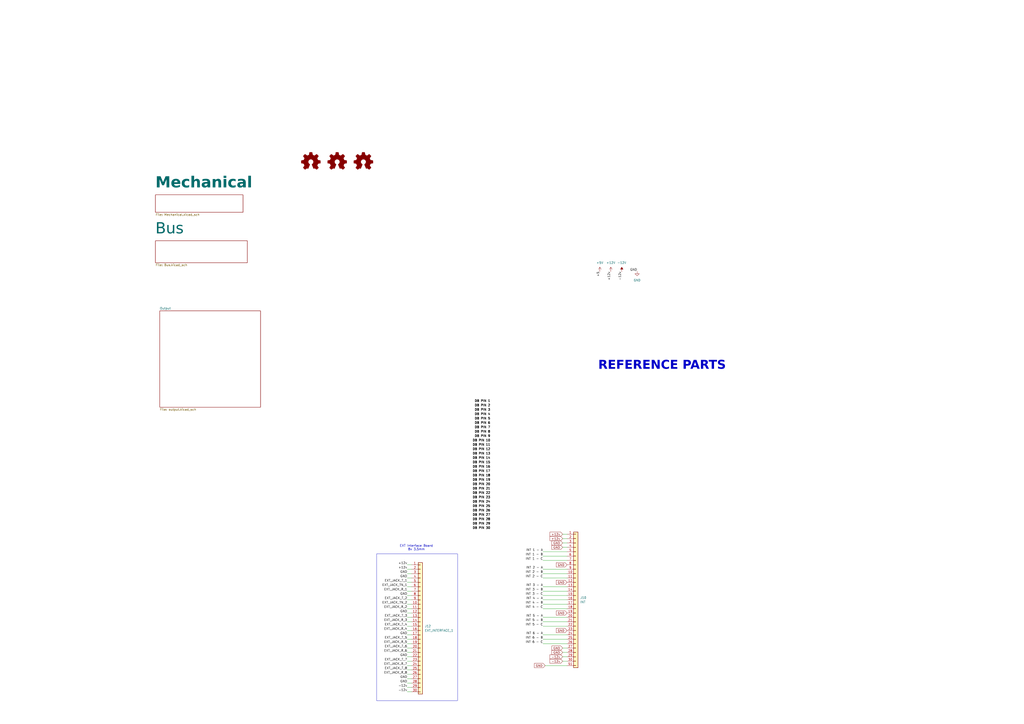
<source format=kicad_sch>
(kicad_sch (version 20231120) (generator "eeschema") (generator_version "8.0")
  (paper "A2")
  (title_block (title "Audio Thing Template") (date "2024-11-13") (rev "1.0") (company "velvia-fifty") (comment 1 "https://github.com/velvia-fifty/AudioThings") (comment 2 "You should have changed this already :)") (comment 4 "Stay humble"))
  (lib_symbols
    (symbol "Connector_Generic:Conn_01x30" (pin_names (offset 1.016) hide)
      (property "Reference" "J" (at 0 38.1 0))
      (property "Value" "Conn_01x30" (at 0 -40.64 0))
      (symbol "Conn_01x30_1_1"
        (rectangle (start -1.27 -37.973) (end 0 -38.227) (stroke (width 0.1524)))
        (rectangle (start -1.27 -35.433) (end 0 -35.687) (stroke (width 0.1524)))
        (rectangle (start -1.27 -32.893) (end 0 -33.147) (stroke (width 0.1524)))
        (rectangle (start -1.27 -30.353) (end 0 -30.607) (stroke (width 0.1524)))
        (rectangle (start -1.27 -27.813) (end 0 -28.067) (stroke (width 0.1524)))
        (rectangle (start -1.27 -25.273) (end 0 -25.527) (stroke (width 0.1524)))
        (rectangle (start -1.27 -22.733) (end 0 -22.987) (stroke (width 0.1524)))
        (rectangle (start -1.27 -20.193) (end 0 -20.447) (stroke (width 0.1524)))
        (rectangle (start -1.27 -17.653) (end 0 -17.907) (stroke (width 0.1524)))
        (rectangle (start -1.27 -15.113) (end 0 -15.367) (stroke (width 0.1524)))
        (rectangle (start -1.27 -12.573) (end 0 -12.827) (stroke (width 0.1524)))
        (rectangle (start -1.27 -10.033) (end 0 -10.287) (stroke (width 0.1524)))
        (rectangle (start -1.27 -7.493) (end 0 -7.747) (stroke (width 0.1524)))
        (rectangle (start -1.27 -4.953) (end 0 -5.207) (stroke (width 0.1524)))
        (rectangle (start -1.27 -2.413) (end 0 -2.667) (stroke (width 0.1524)))
        (rectangle (start -1.27 0.127) (end 0 -0.127) (stroke (width 0.1524)))
        (rectangle (start -1.27 2.667) (end 0 2.413) (stroke (width 0.1524)))
        (rectangle (start -1.27 5.207) (end 0 4.953) (stroke (width 0.1524)))
        (rectangle (start -1.27 7.747) (end 0 7.493) (stroke (width 0.1524)))
        (rectangle (start -1.27 10.287) (end 0 10.033) (stroke (width 0.1524)))
        (rectangle (start -1.27 12.827) (end 0 12.573) (stroke (width 0.1524)))
        (rectangle (start -1.27 15.367) (end 0 15.113) (stroke (width 0.1524)))
        (rectangle (start -1.27 17.907) (end 0 17.653) (stroke (width 0.1524)))
        (rectangle (start -1.27 20.447) (end 0 20.193) (stroke (width 0.1524)))
        (rectangle (start -1.27 22.987) (end 0 22.733) (stroke (width 0.1524)))
        (rectangle (start -1.27 25.527) (end 0 25.273) (stroke (width 0.1524)))
        (rectangle (start -1.27 28.067) (end 0 27.813) (stroke (width 0.1524)))
        (rectangle (start -1.27 30.607) (end 0 30.353) (stroke (width 0.1524)))
        (rectangle (start -1.27 33.147) (end 0 32.893) (stroke (width 0.1524)))
        (rectangle (start -1.27 35.687) (end 0 35.433) (stroke (width 0.1524)))
        (rectangle (start -1.27 36.83) (end 1.27 -39.37) (stroke (width 0.254)) (fill (type background)))
        (pin passive line (at -5.08 35.56 0) (length 3.81) (name "Pin_1") (number "1"))
        (pin passive line (at -5.08 12.7 0) (length 3.81) (name "Pin_10") (number "10"))
        (pin passive line (at -5.08 10.16 0) (length 3.81) (name "Pin_11") (number "11"))
        (pin passive line (at -5.08 7.62 0) (length 3.81) (name "Pin_12") (number "12"))
        (pin passive line (at -5.08 5.08 0) (length 3.81) (name "Pin_13") (number "13"))
        (pin passive line (at -5.08 2.54 0) (length 3.81) (name "Pin_14") (number "14"))
        (pin passive line (at -5.08 0 0) (length 3.81) (name "Pin_15") (number "15"))
        (pin passive line (at -5.08 -2.54 0) (length 3.81) (name "Pin_16") (number "16"))
        (pin passive line (at -5.08 -5.08 0) (length 3.81) (name "Pin_17") (number "17"))
        (pin passive line (at -5.08 -7.62 0) (length 3.81) (name "Pin_18") (number "18"))
        (pin passive line (at -5.08 -10.16 0) (length 3.81) (name "Pin_19") (number "19"))
        (pin passive line (at -5.08 33.02 0) (length 3.81) (name "Pin_2") (number "2"))
        (pin passive line (at -5.08 -12.7 0) (length 3.81) (name "Pin_20") (number "20"))
        (pin passive line (at -5.08 -15.24 0) (length 3.81) (name "Pin_21") (number "21"))
        (pin passive line (at -5.08 -17.78 0) (length 3.81) (name "Pin_22") (number "22"))
        (pin passive line (at -5.08 -20.32 0) (length 3.81) (name "Pin_23") (number "23"))
        (pin passive line (at -5.08 -22.86 0) (length 3.81) (name "Pin_24") (number "24"))
        (pin passive line (at -5.08 -25.4 0) (length 3.81) (name "Pin_25") (number "25"))
        (pin passive line (at -5.08 -27.94 0) (length 3.81) (name "Pin_26") (number "26"))
        (pin passive line (at -5.08 -30.48 0) (length 3.81) (name "Pin_27") (number "27"))
        (pin passive line (at -5.08 -33.02 0) (length 3.81) (name "Pin_28") (number "28"))
        (pin passive line (at -5.08 -35.56 0) (length 3.81) (name "Pin_29") (number "29"))
        (pin passive line (at -5.08 30.48 0) (length 3.81) (name "Pin_3") (number "3"))
        (pin passive line (at -5.08 -38.1 0) (length 3.81) (name "Pin_30") (number "30"))
        (pin passive line (at -5.08 27.94 0) (length 3.81) (name "Pin_4") (number "4"))
        (pin passive line (at -5.08 25.4 0) (length 3.81) (name "Pin_5") (number "5"))
        (pin passive line (at -5.08 22.86 0) (length 3.81) (name "Pin_6") (number "6"))
        (pin passive line (at -5.08 20.32 0) (length 3.81) (name "Pin_7") (number "7"))
        (pin passive line (at -5.08 17.78 0) (length 3.81) (name "Pin_8") (number "8"))
        (pin passive line (at -5.08 15.24 0) (length 3.81) (name "Pin_9") (number "9"))
      )
    )
    (symbol "Connector_Generic:Conn_01x31" (pin_names (offset 1.016) hide)
      (property "Reference" "J10" (at 2.54 1.2701 0))
      (property "Value" "Conn_01x31" (at 2.54 -1.2699 0))
      (symbol "Conn_01x31_1_1"
        (rectangle (start -1.27 -37.973) (end 0 -38.227) (stroke (width 0.1524)))
        (rectangle (start -1.27 -35.433) (end 0 -35.687) (stroke (width 0.1524)))
        (rectangle (start -1.27 -32.893) (end 0 -33.147) (stroke (width 0.1524)))
        (rectangle (start -1.27 -30.353) (end 0 -30.607) (stroke (width 0.1524)))
        (rectangle (start -1.27 -27.813) (end 0 -28.067) (stroke (width 0.1524)))
        (rectangle (start -1.27 -25.273) (end 0 -25.527) (stroke (width 0.1524)))
        (rectangle (start -1.27 -22.733) (end 0 -22.987) (stroke (width 0.1524)))
        (rectangle (start -1.27 -20.193) (end 0 -20.447) (stroke (width 0.1524)))
        (rectangle (start -1.27 -17.653) (end 0 -17.907) (stroke (width 0.1524)))
        (rectangle (start -1.27 -15.113) (end 0 -15.367) (stroke (width 0.1524)))
        (rectangle (start -1.27 -12.573) (end 0 -12.827) (stroke (width 0.1524)))
        (rectangle (start -1.27 -10.033) (end 0 -10.287) (stroke (width 0.1524)))
        (rectangle (start -1.27 -7.493) (end 0 -7.747) (stroke (width 0.1524)))
        (rectangle (start -1.27 -4.953) (end 0 -5.207) (stroke (width 0.1524)))
        (rectangle (start -1.27 -2.413) (end 0 -2.667) (stroke (width 0.1524)))
        (rectangle (start -1.27 0.127) (end 0 -0.127) (stroke (width 0.1524)))
        (rectangle (start -1.27 2.667) (end 0 2.413) (stroke (width 0.1524)))
        (rectangle (start -1.27 5.207) (end 0 4.953) (stroke (width 0.1524)))
        (rectangle (start -1.27 7.747) (end 0 7.493) (stroke (width 0.1524)))
        (rectangle (start -1.27 10.287) (end 0 10.033) (stroke (width 0.1524)))
        (rectangle (start -1.27 12.827) (end 0 12.573) (stroke (width 0.1524)))
        (rectangle (start -1.27 15.367) (end 0 15.113) (stroke (width 0.1524)))
        (rectangle (start -1.27 17.907) (end 0 17.653) (stroke (width 0.1524)))
        (rectangle (start -1.27 20.447) (end 0 20.193) (stroke (width 0.1524)))
        (rectangle (start -1.27 22.987) (end 0 22.733) (stroke (width 0.1524)))
        (rectangle (start -1.27 25.527) (end 0 25.273) (stroke (width 0.1524)))
        (rectangle (start -1.27 28.067) (end 0 27.813) (stroke (width 0.1524)))
        (rectangle (start -1.27 30.607) (end 0 30.353) (stroke (width 0.1524)))
        (rectangle (start -1.27 33.147) (end 0 32.893) (stroke (width 0.1524)))
        (rectangle (start -1.27 35.687) (end 0 35.433) (stroke (width 0.1524)))
        (rectangle (start -1.27 38.227) (end 0 37.973) (stroke (width 0.1524)))
        (rectangle (start -1.27 39.37) (end 1.27 -39.37) (stroke (width 0.254)) (fill (type background)))
        (pin passive line (at -5.08 38.1 0) (length 3.81) (name "Pin_1") (number "1"))
        (pin passive line (at -5.08 15.24 0) (length 3.81) (name "Pin_10") (number "10"))
        (pin passive line (at -5.08 12.7 0) (length 3.81) (name "Pin_11") (number "11"))
        (pin passive line (at -5.08 10.16 0) (length 3.81) (name "Pin_12") (number "12"))
        (pin passive line (at -5.08 7.62 0) (length 3.81) (name "Pin_13") (number "13"))
        (pin passive line (at -5.08 5.08 0) (length 3.81) (name "Pin_14") (number "14"))
        (pin passive line (at -5.08 2.54 0) (length 3.81) (name "Pin_15") (number "15"))
        (pin passive line (at -5.08 0 0) (length 3.81) (name "Pin_16") (number "16"))
        (pin passive line (at -5.08 -2.54 0) (length 3.81) (name "Pin_17") (number "17"))
        (pin passive line (at -5.08 -5.08 0) (length 3.81) (name "Pin_18") (number "18"))
        (pin passive line (at -5.08 -7.62 0) (length 3.81) (name "Pin_19") (number "19"))
        (pin passive line (at -5.08 35.56 0) (length 3.81) (name "Pin_2") (number "2"))
        (pin passive line (at -5.08 -10.16 0) (length 3.81) (name "Pin_20") (number "20"))
        (pin passive line (at -5.08 -12.7 0) (length 3.81) (name "Pin_21") (number "21"))
        (pin passive line (at -5.08 -15.24 0) (length 3.81) (name "Pin_22") (number "22"))
        (pin passive line (at -5.08 -17.78 0) (length 3.81) (name "Pin_23") (number "23"))
        (pin passive line (at -5.08 -20.32 0) (length 3.81) (name "Pin_24") (number "24"))
        (pin passive line (at -5.08 -22.86 0) (length 3.81) (name "Pin_25") (number "25"))
        (pin passive line (at -5.08 -25.4 0) (length 3.81) (name "Pin_26") (number "26"))
        (pin passive line (at -5.08 -27.94 0) (length 3.81) (name "Pin_27") (number "27"))
        (pin passive line (at -5.08 -30.48 0) (length 3.81) (name "Pin_28") (number "28"))
        (pin passive line (at -5.08 -33.02 0) (length 3.81) (name "Pin_29") (number "29"))
        (pin passive line (at -5.08 33.02 0) (length 3.81) (name "Pin_3") (number "3"))
        (pin passive line (at -5.08 -35.56 0) (length 3.81) (name "Pin_30") (number "30"))
        (pin passive line (at -5.08 30.48 0) (length 3.81) (name "Pin_4") (number "4"))
        (pin passive line (at -5.08 27.94 0) (length 3.81) (name "Pin_5") (number "5"))
        (pin passive line (at -5.08 25.4 0) (length 3.81) (name "Pin_6") (number "6"))
        (pin passive line (at -5.08 22.86 0) (length 3.81) (name "Pin_7") (number "7"))
        (pin passive line (at -5.08 20.32 0) (length 3.81) (name "Pin_8") (number "8"))
        (pin passive line (at -5.08 17.78 0) (length 3.81) (name "Pin_9") (number "9"))
        (pin passive line (at -5.08 -38.1 0) (length 3.81) (name "S1") (number "S1"))
      )
    )
    (symbol "Graphic:Logo_Open_Hardware_Small" (in_bom no) (on_board no)
      (symbol "Logo_Open_Hardware_Small_0_1"
        (polyline (pts (xy 3.3528 -4.3434) (xy 3.302 -4.318) (xy 3.175 -4.2418) (xy 2.9972 -4.1148) (xy 2.7686 -3.9624) (xy 2.54 -3.81) (xy 2.3622 -3.7084) (xy 2.2352 -3.6068) (xy 2.1844 -3.5814) (xy 2.159 -3.6068) (xy 2.0574 -3.6576) (xy 1.905 -3.7338) (xy 1.8034 -3.7846) (xy 1.6764 -3.8354) (xy 1.6002 -3.8354) (xy 1.6002 -3.8354) (xy 1.5494 -3.7338) (xy 1.4732 -3.5306) (xy 1.3462 -3.302) (xy 1.2446 -3.0226) (xy 1.1176 -2.7178) (xy 0.9652 -2.413) (xy 0.8636 -2.1082) (xy 0.7366 -1.8288) (xy 0.6604 -1.6256) (xy 0.6096 -1.4732) (xy 0.5842 -1.397) (xy 0.5842 -1.397) (xy 0.6604 -1.3208) (xy 0.7874 -1.2446) (xy 1.0414 -1.016) (xy 1.2954 -0.6858) (xy 1.4478 -0.3302) (xy 1.524 0.0762) (xy 1.4732 0.4572) (xy 1.3208 0.8128) (xy 1.0668 1.143) (xy 0.762 1.3716) (xy 0.4064 1.524) (xy 0 1.5748) (xy -0.381 1.5494) (xy -0.7366 1.397) (xy -1.0668 1.143) (xy -1.2192 0.9906) (xy -1.397 0.6604) (xy -1.524 0.3048) (xy -1.524 0.2286) (xy -1.4986 -0.1778) (xy -1.397 -0.5334) (xy -1.1938 -0.8636) (xy -0.9144 -1.143) (xy -0.8636 -1.1684) (xy -0.7366 -1.27) (xy -0.635 -1.3462) (xy -0.5842 -1.397) (xy -1.0668 -2.5908) (xy -1.143 -2.794) (xy -1.2954 -3.1242) (xy -1.397 -3.4036) (xy -1.4986 -3.6322) (xy -1.5748 -3.7846) (xy -1.6002 -3.8354) (xy -1.6002 -3.8354) (xy -1.651 -3.8354) (xy -1.7272 -3.81) (xy -1.905 -3.7338) (xy -2.0066 -3.683) (xy -2.1336 -3.6068) (xy -2.2098 -3.5814) (xy -2.2606 -3.6068) (xy -2.3622 -3.683) (xy -2.54 -3.81) (xy -2.7686 -3.9624) (xy -2.9718 -4.0894) (xy -3.1496 -4.2164) (xy -3.302 -4.318) (xy -3.3528 -4.3434) (xy -3.3782 -4.3434) (xy -3.429 -4.318) (xy -3.5306 -4.2164) (xy -3.7084 -4.064) (xy -3.937 -3.8354) (xy -3.9624 -3.81) (xy -4.1656 -3.6068) (xy -4.318 -3.4544) (xy -4.4196 -3.3274) (xy -4.445 -3.2766) (xy -4.445 -3.2766) (xy -4.4196 -3.2258) (xy -4.318 -3.0734) (xy -4.2164 -2.8956) (xy -4.064 -2.667) (xy -3.6576 -2.0828) (xy -3.8862 -1.5494) (xy -3.937 -1.3716) (xy -4.0386 -1.1684) (xy -4.0894 -1.0414) (xy -4.1148 -0.9652) (xy -4.191 -0.9398) (xy -4.318 -0.9144) (xy -4.5466 -0.8636) (xy -4.8006 -0.8128) (xy -5.0546 -0.7874) (xy -5.2578 -0.7366) (xy -5.4356 -0.7112) (xy -5.5118 -0.6858) (xy -5.5118 -0.6858) (xy -5.5372 -0.635) (xy -5.5372 -0.5588) (xy -5.5372 -0.4318) (xy -5.5626 -0.2286) (xy -5.5626 0.0762) (xy -5.5626 0.127) (xy -5.5372 0.4064) (xy -5.5372 0.635) (xy -5.5372 0.762) (xy -5.5372 0.8382) (xy -5.5372 0.8382) (xy -5.461 0.8382) (xy -5.3086 0.889) (xy -5.08 0.9144) (xy -4.826 0.9652) (xy -4.8006 0.9906) (xy -4.5466 1.0414) (xy -4.318 1.0668) (xy -4.1656 1.1176) (xy -4.0894 1.143) (xy -4.0894 1.143) (xy -4.0386 1.2446) (xy -3.9624 1.4224) (xy -3.8608 1.6256) (xy -3.7846 1.8288) (xy -3.7084 2.0066) (xy -3.6576 2.159) (xy -3.6322 2.2098) (xy -3.6322 2.2098) (xy -3.683 2.286) (xy -3.7592 2.413) (xy -3.8862 2.5908) (xy -4.064 2.8194) (xy -4.064 2.8448) (xy -4.2164 3.0734) (xy -4.3434 3.2512) (xy -4.4196 3.3782) (xy -4.445 3.4544) (xy -4.445 3.4544) (xy -4.3942 3.5052) (xy -4.2926 3.6322) (xy -4.1148 3.81) (xy -3.937 4.0132) (xy -3.8608 4.064) (xy -3.6576 4.2926) (xy -3.5052 4.4196) (xy -3.4036 4.4958) (xy -3.3528 4.5212) (xy -3.3528 4.5212) (xy -3.302 4.4704) (xy -3.1496 4.3688) (xy -2.9718 4.2418) (xy -2.7432 4.0894) (xy -2.7178 4.0894) (xy -2.4892 3.937) (xy -2.3114 3.81) (xy -2.1844 3.7084) (xy -2.1336 3.683) (xy -2.1082 3.683) (xy -2.032 3.7084) (xy -1.8542 3.7592) (xy -1.6764 3.8354) (xy -1.4732 3.937) (xy -1.27 4.0132) (xy -1.143 4.064) (xy -1.0668 4.1148) (xy -1.0668 4.1148) (xy -1.0414 4.191) (xy -1.016 4.3434) (xy -0.9652 4.572) (xy -0.9144 4.8514) (xy -0.889 4.9022) (xy -0.8382 5.1562) (xy -0.8128 5.3848) (xy -0.7874 5.5372) (xy -0.762 5.588) (xy -0.7112 5.6134) (xy -0.5842 5.6134) (xy -0.4064 5.6134) (xy -0.1524 5.6134) (xy 0.0762 5.6134) (xy 0.3302 5.6134) (xy 0.5334 5.6134) (xy 0.6858 5.588) (xy 0.7366 5.588) (xy 0.7366 5.588) (xy 0.762 5.5118) (xy 0.8128 5.334) (xy 0.8382 5.1054) (xy 0.9144 4.826) (xy 0.9144 4.7752) (xy 0.9652 4.5212) (xy 1.016 4.2926) (xy 1.0414 4.1402) (xy 1.0668 4.0894) (xy 1.0668 4.0894) (xy 1.1938 4.0386) (xy 1.3716 3.9624) (xy 1.5748 3.8608) (xy 2.0828 3.6576) (xy 2.7178 4.0894) (xy 2.7686 4.1402) (xy 2.9972 4.2926) (xy 3.175 4.4196) (xy 3.302 4.4958) (xy 3.3782 4.5212) (xy 3.3782 4.5212) (xy 3.429 4.4704) (xy 3.556 4.3434) (xy 3.7338 4.191) (xy 3.9116 3.9878) (xy 4.064 3.8354) (xy 4.2418 3.6576) (xy 4.3434 3.556) (xy 4.4196 3.4798) (xy 4.4196 3.429) (xy 4.4196 3.4036) (xy 4.3942 3.3274) (xy 4.2926 3.2004) (xy 4.1656 2.9972) (xy 4.0132 2.794) (xy 3.8862 2.5908) (xy 3.7592 2.3876) (xy 3.6576 2.2352) (xy 3.6322 2.159) (xy 3.6322 2.1336) (xy 3.683 2.0066) (xy 3.7592 1.8288) (xy 3.8608 1.6002) (xy 4.064 1.1176) (xy 4.3942 1.0414) (xy 4.5974 1.016) (xy 4.8768 0.9652) (xy 5.1308 0.9144) (xy 5.5372 0.8382) (xy 5.5626 -0.6604) (xy 5.4864 -0.6858) (xy 5.4356 -0.6858) (xy 5.2832 -0.7366) (xy 5.0546 -0.762) (xy 4.8006 -0.8128) (xy 4.5974 -0.8636) (xy 4.3688 -0.9144) (xy 4.2164 -0.9398) (xy 4.1402 -0.9398) (xy 4.1148 -0.9652) (xy 4.064 -1.0668) (xy 3.9878 -1.2446) (xy 3.9116 -1.4478) (xy 3.81 -1.651) (xy 3.7338 -1.8542) (xy 3.683 -2.0066) (xy 3.6576 -2.0828) (xy 3.683 -2.1336) (xy 3.7846 -2.2606) (xy 3.8862 -2.4638) (xy 4.0386 -2.667) (xy 4.191 -2.8956) (xy 4.318 -3.0734) (xy 4.3942 -3.2004) (xy 4.445 -3.2766) (xy 4.4196 -3.3274) (xy 4.3434 -3.429) (xy 4.1656 -3.5814) (xy 3.937 -3.8354) (xy 3.8862 -3.8608) (xy 3.683 -4.064) (xy 3.5306 -4.2164) (xy 3.4036 -4.318) (xy 3.3528 -4.3434)) (fill (type outline)))
      )
    )
    (symbol "power:+12V" (power) (pin_numbers hide) (pin_names (offset 0) hide)
      (property "Value" "+12V" (at 0 3.556 0))
      (symbol "+12V_0_1"
        (polyline (pts (xy -0.762 1.27) (xy 0 2.54)))
        (polyline (pts (xy 0 0) (xy 0 2.54)))
        (polyline (pts (xy 0 2.54) (xy 0.762 1.27)))
      )
      (symbol "+12V_1_1"
        (pin power_in line (at 0 0 90) (length 0) (name "~") (number "1"))
      )
    )
    (symbol "power:+5V" (power) (pin_numbers hide) (pin_names (offset 0) hide)
      (property "Value" "+5V" (at 0 3.556 0))
      (symbol "+5V_0_1"
        (polyline (pts (xy -0.762 1.27) (xy 0 2.54)))
        (polyline (pts (xy 0 0) (xy 0 2.54)))
        (polyline (pts (xy 0 2.54) (xy 0.762 1.27)))
      )
      (symbol "+5V_1_1"
        (pin power_in line (at 0 0 90) (length 0) (name "~") (number "1"))
      )
    )
    (symbol "power:-12V" (power) (pin_numbers hide) (pin_names (offset 0) hide)
      (property "Value" "-12V" (at 0 3.556 0))
      (symbol "-12V_0_0"
        (pin power_in line (at 0 0 90) (length 0) (name "~") (number "1"))
      )
      (symbol "-12V_0_1"
        (polyline (pts (xy 0 0) (xy 0 1.27) (xy 0.762 1.27) (xy 0 2.54) (xy -0.762 1.27) (xy 0 1.27)) (fill (type outline)))
      )
    )
    (symbol "power:GND" (power) (pin_numbers hide) (pin_names (offset 0) hide)
      (property "Value" "GND" (at 0 -3.81 0))
      (symbol "GND_0_1"
        (polyline (pts (xy 0 0) (xy 0 -1.27) (xy 1.27 -1.27) (xy 0 -2.54) (xy -1.27 -1.27) (xy 0 -1.27)))
      )
      (symbol "GND_1_1"
        (pin power_in line (at 0 0 270) (length 0) (name "~") (number "1"))
      )
    )
  )
  (wire (pts (xy 238.76 358.14) (xy 236.22 358.14)))
  (wire (pts (xy 238.76 365.76) (xy 236.22 365.76)))
  (wire (pts (xy 238.76 332.74) (xy 236.22 332.74)))
  (wire (pts (xy 238.76 342.9) (xy 236.22 342.9)))
  (wire (pts (xy 238.76 368.3) (xy 236.22 368.3)))
  (wire (pts (xy 326.39 309.88) (xy 328.93 309.88)))
  (wire (pts (xy 238.76 355.6) (xy 236.22 355.6)))
  (wire (pts (xy 326.39 317.5) (xy 328.93 317.5)))
  (wire (pts (xy 326.39 314.96) (xy 328.93 314.96)))
  (wire (pts (xy 238.76 335.28) (xy 236.22 335.28)))
  (wire (pts (xy 238.76 330.2) (xy 236.22 330.2)))
  (wire (pts (xy 326.39 383.54) (xy 328.93 383.54)))
  (wire (pts (xy 314.96 347.98) (xy 328.93 347.98)))
  (wire (pts (xy 314.96 322.58) (xy 328.93 322.58)))
  (wire (pts (xy 238.76 345.44) (xy 236.22 345.44)))
  (wire (pts (xy 238.76 386.08) (xy 236.22 386.08)))
  (wire (pts (xy 314.96 363.22) (xy 328.93 363.22)))
  (wire (pts (xy 314.96 353.06) (xy 328.93 353.06)))
  (wire (pts (xy 238.76 373.38) (xy 236.22 373.38)))
  (wire (pts (xy 238.76 363.22) (xy 236.22 363.22)))
  (wire (pts (xy 314.96 345.44) (xy 328.93 345.44)))
  (wire (pts (xy 326.39 381) (xy 328.93 381)))
  (wire (pts (xy 238.76 396.24) (xy 236.22 396.24)))
  (wire (pts (xy 314.96 373.38) (xy 328.93 373.38)))
  (wire (pts (xy 314.96 325.12) (xy 328.93 325.12)))
  (wire (pts (xy 238.76 347.98) (xy 236.22 347.98)))
  (wire (pts (xy 238.76 327.66) (xy 236.22 327.66)))
  (wire (pts (xy 238.76 393.7) (xy 236.22 393.7)))
  (wire (pts (xy 314.96 330.2) (xy 328.93 330.2)))
  (wire (pts (xy 314.96 340.36) (xy 328.93 340.36)))
  (wire (pts (xy 238.76 391.16) (xy 236.22 391.16)))
  (wire (pts (xy 238.76 388.62) (xy 236.22 388.62)))
  (wire (pts (xy 238.76 401.32) (xy 236.22 401.32)))
  (wire (pts (xy 238.76 340.36) (xy 236.22 340.36)))
  (wire (pts (xy 238.76 370.84) (xy 236.22 370.84)))
  (wire (pts (xy 314.96 358.14) (xy 328.93 358.14)))
  (wire (pts (xy 314.96 342.9) (xy 328.93 342.9)))
  (wire (pts (xy 238.76 375.92) (xy 236.22 375.92)))
  (wire (pts (xy 326.39 375.92) (xy 328.93 375.92)))
  (wire (pts (xy 238.76 378.46) (xy 236.22 378.46)))
  (wire (pts (xy 238.76 337.82) (xy 236.22 337.82)))
  (wire (pts (xy 314.96 332.74) (xy 328.93 332.74)))
  (wire (pts (xy 314.96 350.52) (xy 328.93 350.52)))
  (wire (pts (xy 314.96 370.84) (xy 328.93 370.84)))
  (wire (pts (xy 314.96 360.68) (xy 328.93 360.68)))
  (wire (pts (xy 314.96 335.28) (xy 328.93 335.28)))
  (wire (pts (xy 326.39 312.42) (xy 328.93 312.42)))
  (wire (pts (xy 238.76 360.68) (xy 236.22 360.68)))
  (wire (pts (xy 314.96 368.3) (xy 328.93 368.3)))
  (wire (pts (xy 238.76 381) (xy 236.22 381)))
  (wire (pts (xy 238.76 383.54) (xy 236.22 383.54)))
  (wire (pts (xy 238.76 398.78) (xy 236.22 398.78)))
  (wire (pts (xy 316.23 386.08) (xy 328.93 386.08)))
  (wire (pts (xy 314.96 320.04) (xy 328.93 320.04)))
  (wire (pts (xy 238.76 350.52) (xy 236.22 350.52)))
  (wire (pts (xy 238.76 353.06) (xy 236.22 353.06)))
  (wire (pts (xy 326.39 378.46) (xy 328.93 378.46)))
  (rectangle (start 218.44 321.31) (end 265.43 406.4))
  (text "REFERENCE PARTS" (at 384.048 213.36 0) (effects (font (size 5.08 5.08) (thickness 1.016) (bold yes))))
  (text "EXT Interface Board\n8x 3.5mm" (at 241.554 317.754 0) (effects (font (size 1.27 1.27))))
  (label "+5" (at 347.98 157.48 270))
  (label "INT 1 - B" (at 314.96 322.58 180))
  (label "EXT_JACK_T_2" (at 236.22 347.98 180))
  (label "INT 3 - A" (at 314.96 340.36 180))
  (label "DB PIN 8" (at 284.48 251.46 180) (effects (font (thickness 0.254) (bold yes))))
  (label "DB PIN 28" (at 284.48 302.26 180) (effects (font (thickness 0.254) (bold yes))))
  (label "DB PIN 20" (at 284.48 281.94 180) (effects (font (thickness 0.254) (bold yes))))
  (label "DB PIN 11" (at 284.48 259.08 180) (effects (font (thickness 0.254) (bold yes))))
  (label "EXT_JACK_T_6" (at 236.22 375.92 180))
  (label "INT 6 - A" (at 314.96 368.3 180))
  (label "EXT_JACK_R_4" (at 236.22 365.76 180))
  (label "DB PIN 14" (at 284.48 266.7 180) (effects (font (thickness 0.254) (bold yes))))
  (label "DB PIN 24" (at 284.48 292.1 180) (effects (font (thickness 0.254) (bold yes))))
  (label "GND" (at 236.22 381 180))
  (label "GND" (at 236.22 355.6 180))
  (label "INT 6 - C" (at 314.96 373.38 180))
  (label "-12v" (at 236.22 398.78 180))
  (label "DB PIN 3" (at 284.48 238.76 180) (effects (font (thickness 0.254) (bold yes))))
  (label "DB PIN 13" (at 284.48 264.16 180) (effects (font (thickness 0.254) (bold yes))))
  (label "EXT_JACK_R_6" (at 236.22 378.46 180))
  (label "-12v" (at 360.68 157.48 270))
  (label "EXT_JACK_T_3" (at 236.22 358.14 180))
  (label "INT 3 - B" (at 314.96 342.9 180))
  (label "DB PIN 18" (at 284.48 276.86 180) (effects (font (thickness 0.254) (bold yes))))
  (label "EXT_JACK_R_7" (at 236.22 386.08 180))
  (label "EXT_JACK_T_1" (at 236.22 337.82 180))
  (label "INT 2 - A" (at 314.96 330.2 180))
  (label "GND" (at 369.57 157.48 180))
  (label "EXT_JACK_T_7" (at 236.22 383.54 180))
  (label "EXT_JACK_R_5" (at 236.22 373.38 180))
  (label "-12v" (at 236.22 401.32 180))
  (label "INT 4 - C" (at 314.96 353.06 180))
  (label "DB PIN 10" (at 284.48 256.54 180) (effects (font (thickness 0.254) (bold yes))))
  (label "GND" (at 236.22 345.44 180))
  (label "INT 6 - B" (at 314.96 370.84 180))
  (label "DB PIN 30" (at 284.48 307.34 180) (effects (font (thickness 0.254) (bold yes))))
  (label "GND" (at 236.22 368.3 180))
  (label "INT 2 - B" (at 314.96 332.74 180))
  (label "DB PIN 7" (at 284.48 248.92 180) (effects (font (thickness 0.254) (bold yes))))
  (label "DB PIN 9" (at 284.48 254 180) (effects (font (thickness 0.254) (bold yes))))
  (label "DB PIN 1" (at 284.48 233.68 180) (effects (font (thickness 0.254) (bold yes))))
  (label "INT 4 - A" (at 314.96 347.98 180))
  (label "+12v" (at 236.22 327.66 180))
  (label "EXT_JACK_R_2" (at 236.22 353.06 180))
  (label "GND" (at 236.22 393.7 180))
  (label "DB PIN 2" (at 284.48 236.22 180) (effects (font (thickness 0.254) (bold yes))))
  (label "DB PIN 15" (at 284.48 269.24 180) (effects (font (thickness 0.254) (bold yes))))
  (label "DB PIN 19" (at 284.48 279.4 180) (effects (font (thickness 0.254) (bold yes))))
  (label "GND" (at 236.22 335.28 180))
  (label "INT 1 - A" (at 314.96 320.04 180))
  (label "INT 1 - C" (at 314.96 325.12 180))
  (label "INT 3 - C" (at 314.96 345.44 180))
  (label "DB PIN 21" (at 284.48 284.48 180) (effects (font (thickness 0.254) (bold yes))))
  (label "GND" (at 236.22 332.74 180))
  (label "GND" (at 236.22 396.24 180))
  (label "DB PIN 4" (at 284.48 241.3 180) (effects (font (thickness 0.254) (bold yes))))
  (label "DB PIN 25" (at 284.48 294.64 180) (effects (font (thickness 0.254) (bold yes))))
  (label "DB PIN 12" (at 284.48 261.62 180) (effects (font (thickness 0.254) (bold yes))))
  (label "EXT_JACK_R_8" (at 236.22 391.16 180))
  (label "+12v" (at 236.22 330.2 180))
  (label "DB PIN 29" (at 284.48 304.8 180) (effects (font (thickness 0.254) (bold yes))))
  (label "DB PIN 22" (at 284.48 287.02 180) (effects (font (thickness 0.254) (bold yes))))
  (label "INT 5 - C" (at 314.96 363.22 180))
  (label "EXT_JACK_T_5" (at 236.22 370.84 180))
  (label "EXT_JACK_T_8" (at 236.22 388.62 180))
  (label "DB PIN 6" (at 284.48 246.38 180) (effects (font (thickness 0.254) (bold yes))))
  (label "EXT_JACK_TN_1" (at 236.22 340.36 180))
  (label "+12v" (at 354.33 157.48 270))
  (label "DB PIN 16" (at 284.48 271.78 180) (effects (font (thickness 0.254) (bold yes))))
  (label "DB PIN 23" (at 284.48 289.56 180) (effects (font (thickness 0.254) (bold yes))))
  (label "EXT_JACK_T_4" (at 236.22 363.22 180))
  (label "INT 5 - A" (at 314.96 358.14 180))
  (label "EXT_JACK_R_1" (at 236.22 342.9 180))
  (label "INT 2 - C" (at 314.96 335.28 180))
  (label "DB PIN 5" (at 284.48 243.84 180) (effects (font (thickness 0.254) (bold yes))))
  (label "DB PIN 17" (at 284.48 274.32 180) (effects (font (thickness 0.254) (bold yes))))
  (label "INT 5 - B" (at 314.96 360.68 180))
  (label "EXT_JACK_TN_2" (at 236.22 350.52 180))
  (label "INT 4 - B" (at 314.96 350.52 180))
  (label "DB PIN 27" (at 284.48 299.72 180) (effects (font (thickness 0.254) (bold yes))))
  (label "EXT_JACK_R_3" (at 236.22 360.68 180))
  (label "DB PIN 26" (at 284.48 297.18 180) (effects (font (thickness 0.254) (bold yes))))
  (global_label "GND" (shape input) (at 326.39 378.46 180) (property "Intersheetrefs" "${INTERSHEET_REFS}" (effects (hide yes))))
  (global_label "GND" (shape input) (at 316.23 386.08 180) (property "Intersheetrefs" "${INTERSHEET_REFS}" (effects (hide yes))))
  (global_label "+12v" (shape input) (at 326.39 312.42 180) (property "Intersheetrefs" "${INTERSHEET_REFS}" (effects (hide yes))))
  (global_label "GND" (shape input) (at 326.39 314.96 180) (property "Intersheetrefs" "${INTERSHEET_REFS}" (effects (hide yes))))
  (global_label "GND" (shape input) (at 328.93 355.6 180) (property "Intersheetrefs" "${INTERSHEET_REFS}" (effects (hide yes))))
  (global_label "+12v" (shape input) (at 326.39 309.88 180) (property "Intersheetrefs" "${INTERSHEET_REFS}" (effects (hide yes))))
  (global_label "GND" (shape input) (at 328.93 327.66 180) (property "Intersheetrefs" "${INTERSHEET_REFS}" (effects (hide yes))))
  (global_label "GND" (shape input) (at 326.39 375.92 180) (property "Intersheetrefs" "${INTERSHEET_REFS}" (effects (hide yes))))
  (global_label "-12v" (shape input) (at 326.39 383.54 180) (property "Intersheetrefs" "${INTERSHEET_REFS}" (effects (hide yes))))
  (global_label "GND" (shape input) (at 326.39 317.5 180) (property "Intersheetrefs" "${INTERSHEET_REFS}" (effects (hide yes))))
  (global_label "GND" (shape input) (at 328.93 337.82 180) (property "Intersheetrefs" "${INTERSHEET_REFS}" (effects (hide yes))))
  (global_label "GND" (shape input) (at 328.93 365.76 180) (property "Intersheetrefs" "${INTERSHEET_REFS}" (effects (hide yes))))
  (global_label "-12v" (shape input) (at 326.39 381 180) (property "Intersheetrefs" "${INTERSHEET_REFS}" (effects (hide yes))))
  (symbol (lib_id "power:-12V") (at 360.68 157.48 0) (unit 1)
    (property "Reference" "#PWR023" (effects (hide yes)))
    (property "Value" "-12V" (at 360.68 152.4 0))
    (property "Description" "Power symbol creates a global label with name \"-12V\"" (effects (hide yes)))
  )
  (symbol (lib_id "Connector_Generic:Conn_01x30") (at 243.84 363.22 0) (unit 1) (on_board no)
    (property "Reference" "J12" (at 246.38 363.2199 0) (effects (justify left)))
    (property "Value" "EXT_INTERFACE_1" (at 246.38 365.7599 0) (effects (justify left)))
    (property "Footprint" "AT-Footprints:AMPHENOL_SFV30R-4STE1HLF - FFC - 30 RA" (effects (hide yes)))
    (property "Description" "Generic connector, single row, 01x30, script generated (kicad-library-utils/schlib/autogen/connector/)" (effects (hide yes)))
  )
  (symbol (lib_id "Connector_Generic:Conn_01x31") (at 334.01 347.98 0) (unit 1) (on_board no)
    (property "Reference" "J10" (at 336.55 346.7099 0) (effects (justify left)))
    (property "Value" "INT" (at 336.55 349.2499 0) (effects (justify left)))
    (property "Footprint" "AT-Footprints:ffc-30-v-TE_3-1734742-0" (effects (hide yes)))
    (property "Description" "Generic connector, single row, 01x31, script generated (kicad-library-utils/schlib/autogen/connector/)" (effects (hide yes)))
  )
  (symbol (lib_id "Graphic:Logo_Open_Hardware_Small") (at 210.82 93.98 0) (unit 1) (exclude_from_sim yes) (in_bom no) (on_board no)
    (property "Reference" "#SYM3" (effects (hide yes)))
    (property "Value" "CC" (effects (hide yes)))
    (property "Footprint" "Symbol:Symbol_CreativeCommons_SilkScreenTop_Type2_Big" (effects (hide yes)))
    (property "Description" "CC" (effects (hide yes)))
  )
  (symbol (lib_id "power:+5V") (at 347.98 157.48 0) (unit 1)
    (property "Reference" "#PWR021" (effects (hide yes)))
    (property "Value" "+5V" (at 347.98 152.4 0))
    (property "Description" "Power symbol creates a global label with name \"+5V\"" (effects (hide yes)))
  )
  (symbol (lib_id "power:GND") (at 369.57 157.48 0) (unit 1)
    (property "Reference" "#PWR024" (effects (hide yes)))
    (property "Value" "GND" (at 369.57 162.56 0))
    (property "Description" "Power symbol creates a global label with name \"GND\" , ground" (effects (hide yes)))
  )
  (symbol (lib_id "power:+12V") (at 354.33 157.48 0) (unit 1)
    (property "Reference" "#PWR022" (effects (hide yes)))
    (property "Value" "+12V" (at 354.33 152.4 0))
    (property "Description" "Power symbol creates a global label with name \"+12V\"" (effects (hide yes)))
  )
  (symbol (lib_id "Graphic:Logo_Open_Hardware_Small") (at 195.58 93.98 0) (unit 1) (exclude_from_sim yes) (in_bom no) (on_board no)
    (property "Reference" "#SYM2" (effects (hide yes)))
    (property "Value" "Logo Kicad" (effects (hide yes)))
    (property "Footprint" "Symbol:KiCad-Logo2_5mm_SilkScreen" (effects (hide yes)))
    (property "Description" "Logo Kicadx" (effects (hide yes)))
  )
  (symbol (lib_id "Graphic:Logo_Open_Hardware_Small") (at 180.34 93.98 0) (unit 1) (exclude_from_sim yes) (in_bom no)
    (property "Reference" "#SYM1" (effects (hide yes)))
    (property "Value" "Logo_Open_Hardware_Small" (effects (hide yes)))
    (property "Footprint" "Symbol:OSHW-Logo2_7.3x6mm_SilkScreen" (effects (hide yes)))
    (property "Description" "Open Hardware logo, small" (effects (hide yes)))
  )
  (sheet (at 90.17 113.03) (size 50.8 10.16) (stroke (width 0.1524))
    (property "Sheetname" "Mechanical" (at 90.17 109.7784 0) (effects (font (size 6.35 6.35) (thickness 1.27) (bold yes)) (justify left bottom)))
    (property "Sheetfile" "Mechanical.kicad_sch" (at 90.17 123.7746 0) (effects (justify left top)))
  )
  (sheet (at 90.17 139.7) (size 53.34 12.7) (stroke (width 0.1524))
    (property "Sheetname" "Bus" (at 90.17 136.4484 0) (effects (font (size 6.35 6.35)) (justify left bottom)))
    (property "Sheetfile" "Bus.kicad_sch" (at 90.17 152.9846 0) (effects (justify left top)))
  )
  (sheet (at 92.71 180.34) (size 58.42 55.88) (stroke (width 0.1524))
    (property "Sheetname" "Output" (at 92.71 179.6284 0) (effects (justify left bottom)))
    (property "Sheetfile" "output.kicad_sch" (at 92.71 236.8046 0) (effects (justify left top)))
  )
)
</source>
